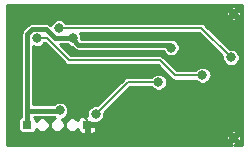
<source format=gbl>
G04 #@! TF.GenerationSoftware,KiCad,Pcbnew,5.0.0-rc3+dfsg1-1*
G04 #@! TF.CreationDate,2018-07-17T14:07:16+09:00*
G04 #@! TF.ProjectId,fst-01,6673742D30312E6B696361645F706362,rev?*
G04 #@! TF.SameCoordinates,PX791ddc0PY5e69114*
G04 #@! TF.FileFunction,Copper,L2,Bot,Signal*
G04 #@! TF.FilePolarity,Positive*
%FSLAX46Y46*%
G04 Gerber Fmt 4.6, Leading zero omitted, Abs format (unit mm)*
G04 Created by KiCad (PCBNEW 5.0.0-rc3+dfsg1-1) date Tue Jul 17 14:07:16 2018*
%MOMM*%
%LPD*%
G01*
G04 APERTURE LIST*
G04 #@! TA.AperFunction,ComponentPad*
%ADD10R,0.800100X0.800100*%
G04 #@! TD*
G04 #@! TA.AperFunction,ComponentPad*
%ADD11R,0.800100X0.800000*%
G04 #@! TD*
G04 #@! TA.AperFunction,ComponentPad*
%ADD12C,0.500000*%
G04 #@! TD*
G04 #@! TA.AperFunction,ViaPad*
%ADD13C,0.800100*%
G04 #@! TD*
G04 #@! TA.AperFunction,Conductor*
%ADD14C,0.200660*%
G04 #@! TD*
G04 #@! TA.AperFunction,Conductor*
%ADD15C,0.381000*%
G04 #@! TD*
G04 #@! TA.AperFunction,Conductor*
%ADD16C,0.248920*%
G04 #@! TD*
G04 APERTURE END LIST*
D10*
G04 #@! TO.P,K1,1*
G04 #@! TO.N,+3V3*
X-16243300Y-4178300D03*
D11*
G04 #@! TO.P,K1,5*
G04 #@! TO.N,GND*
X-11163300Y-4178300D03*
G04 #@! TD*
D12*
G04 #@! TO.P,J1,5*
G04 #@! TO.N,GND*
X1200000Y-5250000D03*
X1200000Y5250000D03*
G04 #@! TD*
D13*
G04 #@! TO.N,/D+_PLUG*
X-1397000Y25400D03*
X-15412720Y3149600D03*
G04 #@! TO.N,/D-_PLUG*
X1016000Y1524000D03*
X-13550222Y4026578D03*
G04 #@! TO.N,/NRST*
X-5130109Y-558109D03*
X-10441940Y-3261360D03*
G04 #@! TO.N,GND*
X-9461500Y419100D03*
X-14160500Y-1206500D03*
G04 #@! TO.N,+3V3*
X-4064000Y2362260D03*
X-12395200Y3175000D03*
X-13474700Y-2959100D03*
G04 #@! TD*
D14*
G04 #@! TO.N,/D+_PLUG*
X-5026660Y1290320D02*
X-12710160Y1290320D01*
X-14569440Y3149600D02*
X-15412720Y3149600D01*
X-12710160Y1290320D02*
X-14569440Y3149600D01*
X-1066802Y0D02*
X-3736340Y0D01*
X-3736340Y0D02*
X-5026660Y1290320D01*
G04 #@! TO.N,/D-_PLUG*
X-13550900Y4000500D02*
X-13550900Y3835400D01*
X-13462000Y4089400D02*
X-13550900Y4000500D01*
X-13411200Y4038600D02*
X-13462000Y4089400D01*
X1016000Y1524000D02*
X-1498600Y4038600D01*
X-1498600Y4038600D02*
X-13411200Y4038600D01*
G04 #@! TO.N,/NRST*
X-5695865Y-558109D02*
X-5130109Y-558109D01*
X-7723449Y-558109D02*
X-5695865Y-558109D01*
X-10319506Y-3154166D02*
X-7723449Y-558109D01*
G04 #@! TO.N,GND*
X-13666631Y-1297821D02*
X-11176000Y-3788452D01*
X-14160500Y-1397000D02*
X-13666631Y-1297821D01*
X-11176000Y-3788452D02*
X-11176000Y-4699000D01*
D15*
G04 #@! TO.N,+3V3*
X-13573760Y-2969260D02*
X-13462000Y-2857500D01*
X-16222980Y-2862580D02*
X-16116300Y-2969260D01*
X-16116300Y-2969260D02*
X-13573760Y-2969260D01*
X-12960956Y3175000D02*
X-12395200Y3175000D01*
X-14663024Y3940811D02*
X-13897213Y3175000D01*
X-13897213Y3175000D02*
X-12960956Y3175000D01*
X-15792502Y3940811D02*
X-14663024Y3940811D01*
X-16222980Y3510333D02*
X-15792502Y3940811D01*
X-16222980Y-4130040D02*
X-16222980Y3510333D01*
X-16230600Y-4137660D02*
X-16222980Y-4130040D01*
X-12395200Y3101341D02*
X-11910059Y2616200D01*
X-4317940Y2616200D02*
X-4064000Y2362260D01*
X-11910059Y2616200D02*
X-4317940Y2616200D01*
G04 #@! TD*
D16*
G04 #@! TO.N,GND*
G36*
X1936750Y-5880430D02*
X1237010Y-5880430D01*
X1421774Y-5851168D01*
X1468273Y-5831909D01*
X1487552Y-5714329D01*
X1200000Y-5426777D01*
X912448Y-5714329D01*
X931727Y-5831909D01*
X1133821Y-5880430D01*
X-17913350Y-5880430D01*
X-17913350Y-5224835D01*
X559723Y-5224835D01*
X598832Y-5471774D01*
X618091Y-5518273D01*
X735671Y-5537552D01*
X1023223Y-5250000D01*
X1376777Y-5250000D01*
X1664329Y-5537552D01*
X1781909Y-5518273D01*
X1840277Y-5275165D01*
X1801168Y-5028226D01*
X1781909Y-4981727D01*
X1664329Y-4962448D01*
X1376777Y-5250000D01*
X1023223Y-5250000D01*
X735671Y-4962448D01*
X618091Y-4981727D01*
X559723Y-5224835D01*
X-17913350Y-5224835D01*
X-17913350Y-3778250D01*
X-16974839Y-3778250D01*
X-16974839Y-4578350D01*
X-16949606Y-4705205D01*
X-16877748Y-4812748D01*
X-16770205Y-4884606D01*
X-16643350Y-4909839D01*
X-15843250Y-4909839D01*
X-15716395Y-4884606D01*
X-15608852Y-4812748D01*
X-15536994Y-4705205D01*
X-15511761Y-4578350D01*
X-15511761Y-4511124D01*
X-15503013Y-4532243D01*
X-15327243Y-4708013D01*
X-15097588Y-4803140D01*
X-14849012Y-4803140D01*
X-14619357Y-4708013D01*
X-14443587Y-4532243D01*
X-14348460Y-4302588D01*
X-14348460Y-4054012D01*
X-14443587Y-3824357D01*
X-14619357Y-3648587D01*
X-14849012Y-3553460D01*
X-15097588Y-3553460D01*
X-15327243Y-3648587D01*
X-15503013Y-3824357D01*
X-15511761Y-3845476D01*
X-15511761Y-3778250D01*
X-15536994Y-3651395D01*
X-15608852Y-3543852D01*
X-15697110Y-3484880D01*
X-13974466Y-3484880D01*
X-13885476Y-3573870D01*
X-13881169Y-3575654D01*
X-14057243Y-3648587D01*
X-14233013Y-3824357D01*
X-14328140Y-4054012D01*
X-14328140Y-4302588D01*
X-14233013Y-4532243D01*
X-14057243Y-4708013D01*
X-13827588Y-4803140D01*
X-13579012Y-4803140D01*
X-13349357Y-4708013D01*
X-13173587Y-4532243D01*
X-13078460Y-4302588D01*
X-13078460Y-4054012D01*
X-13058140Y-4054012D01*
X-13058140Y-4302588D01*
X-12963013Y-4532243D01*
X-12787243Y-4708013D01*
X-12557588Y-4803140D01*
X-12309012Y-4803140D01*
X-12079357Y-4708013D01*
X-11941810Y-4570466D01*
X-11941810Y-4653581D01*
X-11884193Y-4792681D01*
X-11777730Y-4899143D01*
X-11638630Y-4956760D01*
X-11387455Y-4956760D01*
X-11292840Y-4862145D01*
X-11292840Y-4307840D01*
X-11033760Y-4307840D01*
X-11033760Y-4862145D01*
X-10939145Y-4956760D01*
X-10687970Y-4956760D01*
X-10548870Y-4899143D01*
X-10442407Y-4792681D01*
X-10439504Y-4785671D01*
X912448Y-4785671D01*
X1200000Y-5073223D01*
X1487552Y-4785671D01*
X1468273Y-4668091D01*
X1225165Y-4609723D01*
X978226Y-4648832D01*
X931727Y-4668091D01*
X912448Y-4785671D01*
X-10439504Y-4785671D01*
X-10384790Y-4653581D01*
X-10384790Y-4402455D01*
X-10479405Y-4307840D01*
X-11033760Y-4307840D01*
X-11292840Y-4307840D01*
X-11312840Y-4307840D01*
X-11312840Y-4048760D01*
X-11292840Y-4048760D01*
X-11292840Y-4028760D01*
X-11033760Y-4028760D01*
X-11033760Y-4048760D01*
X-10479405Y-4048760D01*
X-10417175Y-3986530D01*
X-10297695Y-3986530D01*
X-10031164Y-3876130D01*
X-9827170Y-3672136D01*
X-9716770Y-3405605D01*
X-9716770Y-3153106D01*
X-7547222Y-983559D01*
X-5730205Y-983559D01*
X-5540885Y-1172879D01*
X-5274354Y-1283279D01*
X-4985864Y-1283279D01*
X-4719333Y-1172879D01*
X-4515339Y-968885D01*
X-4404939Y-702354D01*
X-4404939Y-413864D01*
X-4515339Y-147333D01*
X-4719333Y56661D01*
X-4985864Y167061D01*
X-5274354Y167061D01*
X-5540885Y56661D01*
X-5730205Y-132659D01*
X-7681552Y-132659D01*
X-7723450Y-124325D01*
X-7765348Y-132659D01*
X-7765352Y-132659D01*
X-7889451Y-157344D01*
X-8030181Y-251377D01*
X-8053916Y-286899D01*
X-10303206Y-2536190D01*
X-10586185Y-2536190D01*
X-10852716Y-2646590D01*
X-11056710Y-2850584D01*
X-11167110Y-3117115D01*
X-11167110Y-3399840D01*
X-11292842Y-3399840D01*
X-11292842Y-3494453D01*
X-11387455Y-3399840D01*
X-11638630Y-3399840D01*
X-11777730Y-3457457D01*
X-11884193Y-3563919D01*
X-11941810Y-3703019D01*
X-11941810Y-3786134D01*
X-12079357Y-3648587D01*
X-12309012Y-3553460D01*
X-12557588Y-3553460D01*
X-12787243Y-3648587D01*
X-12963013Y-3824357D01*
X-13058140Y-4054012D01*
X-13078460Y-4054012D01*
X-13173587Y-3824357D01*
X-13318589Y-3679355D01*
X-13063924Y-3573870D01*
X-12859930Y-3369876D01*
X-12749530Y-3103345D01*
X-12749530Y-2814855D01*
X-12859930Y-2548324D01*
X-13063924Y-2344330D01*
X-13330455Y-2233930D01*
X-13618945Y-2233930D01*
X-13885476Y-2344330D01*
X-13994786Y-2453640D01*
X-15707360Y-2453640D01*
X-15707360Y2486725D01*
X-15556965Y2424430D01*
X-15268475Y2424430D01*
X-15001944Y2534830D01*
X-14812624Y2724150D01*
X-14745666Y2724150D01*
X-13040627Y1019110D01*
X-13016892Y983588D01*
X-12876162Y889555D01*
X-12752063Y864870D01*
X-12752058Y864870D01*
X-12710160Y856536D01*
X-12668262Y864870D01*
X-5202886Y864870D01*
X-4066807Y-271210D01*
X-4043072Y-306732D01*
X-3902342Y-400765D01*
X-3778243Y-425450D01*
X-3778239Y-425450D01*
X-3736341Y-433784D01*
X-3694443Y-425450D01*
X-1971696Y-425450D01*
X-1807776Y-589370D01*
X-1541245Y-699770D01*
X-1252755Y-699770D01*
X-986224Y-589370D01*
X-782230Y-385376D01*
X-732668Y-265722D01*
X-666037Y-166002D01*
X-633017Y0D01*
X-666037Y166002D01*
X-677308Y182870D01*
X-782230Y436176D01*
X-986224Y640170D01*
X-1252755Y750570D01*
X-1541245Y750570D01*
X-1807776Y640170D01*
X-2011770Y436176D01*
X-2016213Y425450D01*
X-3560113Y425450D01*
X-4696191Y1561527D01*
X-4719928Y1597052D01*
X-4860658Y1691085D01*
X-4984757Y1715770D01*
X-4984762Y1715770D01*
X-5026660Y1724104D01*
X-5068558Y1715770D01*
X-12533933Y1715770D01*
X-13477544Y2659380D01*
X-12905126Y2659380D01*
X-12805976Y2560230D01*
X-12539445Y2449830D01*
X-12472885Y2449830D01*
X-12310566Y2287510D01*
X-12281800Y2244459D01*
X-12238750Y2215694D01*
X-12111244Y2130497D01*
X-11910059Y2090479D01*
X-11859278Y2100580D01*
X-4740527Y2100580D01*
X-4678770Y1951484D01*
X-4474776Y1747490D01*
X-4208245Y1637090D01*
X-3919755Y1637090D01*
X-3653224Y1747490D01*
X-3449230Y1951484D01*
X-3338830Y2218015D01*
X-3338830Y2506505D01*
X-3449230Y2773036D01*
X-3653224Y2977030D01*
X-3919755Y3087430D01*
X-4095095Y3087430D01*
X-4116755Y3101903D01*
X-4267159Y3131820D01*
X-4317940Y3141921D01*
X-4368721Y3131820D01*
X-11670030Y3131820D01*
X-11670030Y3319245D01*
X-11780430Y3585776D01*
X-11807804Y3613150D01*
X-1674826Y3613150D01*
X290830Y1647493D01*
X290830Y1379755D01*
X401230Y1113224D01*
X605224Y909230D01*
X871755Y798830D01*
X1160245Y798830D01*
X1426776Y909230D01*
X1630770Y1113224D01*
X1741170Y1379755D01*
X1741170Y1668245D01*
X1630770Y1934776D01*
X1426776Y2138770D01*
X1160245Y2249170D01*
X892507Y2249170D01*
X-1168132Y4309808D01*
X-1191868Y4345332D01*
X-1332598Y4439365D01*
X-1456697Y4464050D01*
X-1456702Y4464050D01*
X-1498600Y4472384D01*
X-1540498Y4464050D01*
X-12962148Y4464050D01*
X-13139446Y4641348D01*
X-13405977Y4751748D01*
X-13694467Y4751748D01*
X-13960998Y4641348D01*
X-14164992Y4437354D01*
X-14242720Y4249702D01*
X-14262514Y4269496D01*
X-14291283Y4312552D01*
X-14461839Y4426514D01*
X-14612243Y4456431D01*
X-14663024Y4466532D01*
X-14713805Y4456431D01*
X-15741721Y4456431D01*
X-15792502Y4466532D01*
X-15843283Y4456431D01*
X-15993687Y4426514D01*
X-16164243Y4312552D01*
X-16193009Y4269501D01*
X-16551667Y3910841D01*
X-16594720Y3882074D01*
X-16671348Y3767392D01*
X-16708683Y3711517D01*
X-16748701Y3510333D01*
X-16738599Y3459547D01*
X-16738600Y-2811798D01*
X-16748701Y-2862580D01*
X-16738600Y-2913362D01*
X-16738600Y-3465707D01*
X-16770205Y-3471994D01*
X-16877748Y-3543852D01*
X-16949606Y-3651395D01*
X-16974839Y-3778250D01*
X-17913350Y-3778250D01*
X-17913350Y4785671D01*
X912448Y4785671D01*
X931727Y4668091D01*
X1174835Y4609723D01*
X1421774Y4648832D01*
X1468273Y4668091D01*
X1487552Y4785671D01*
X1200000Y5073223D01*
X912448Y4785671D01*
X-17913350Y4785671D01*
X-17913350Y5275165D01*
X559723Y5275165D01*
X598832Y5028226D01*
X618091Y4981727D01*
X735671Y4962448D01*
X1023223Y5250000D01*
X1376777Y5250000D01*
X1664329Y4962448D01*
X1781909Y4981727D01*
X1840277Y5224835D01*
X1801168Y5471774D01*
X1781909Y5518273D01*
X1664329Y5537552D01*
X1376777Y5250000D01*
X1023223Y5250000D01*
X735671Y5537552D01*
X618091Y5518273D01*
X559723Y5275165D01*
X-17913350Y5275165D01*
X-17913350Y5714329D01*
X912448Y5714329D01*
X1200000Y5426777D01*
X1487552Y5714329D01*
X1468273Y5831909D01*
X1225165Y5890277D01*
X978226Y5851168D01*
X931727Y5831909D01*
X912448Y5714329D01*
X-17913350Y5714329D01*
X-17913350Y5970270D01*
X1936751Y5970270D01*
X1936750Y-5880430D01*
X1936750Y-5880430D01*
G37*
X1936750Y-5880430D02*
X1237010Y-5880430D01*
X1421774Y-5851168D01*
X1468273Y-5831909D01*
X1487552Y-5714329D01*
X1200000Y-5426777D01*
X912448Y-5714329D01*
X931727Y-5831909D01*
X1133821Y-5880430D01*
X-17913350Y-5880430D01*
X-17913350Y-5224835D01*
X559723Y-5224835D01*
X598832Y-5471774D01*
X618091Y-5518273D01*
X735671Y-5537552D01*
X1023223Y-5250000D01*
X1376777Y-5250000D01*
X1664329Y-5537552D01*
X1781909Y-5518273D01*
X1840277Y-5275165D01*
X1801168Y-5028226D01*
X1781909Y-4981727D01*
X1664329Y-4962448D01*
X1376777Y-5250000D01*
X1023223Y-5250000D01*
X735671Y-4962448D01*
X618091Y-4981727D01*
X559723Y-5224835D01*
X-17913350Y-5224835D01*
X-17913350Y-3778250D01*
X-16974839Y-3778250D01*
X-16974839Y-4578350D01*
X-16949606Y-4705205D01*
X-16877748Y-4812748D01*
X-16770205Y-4884606D01*
X-16643350Y-4909839D01*
X-15843250Y-4909839D01*
X-15716395Y-4884606D01*
X-15608852Y-4812748D01*
X-15536994Y-4705205D01*
X-15511761Y-4578350D01*
X-15511761Y-4511124D01*
X-15503013Y-4532243D01*
X-15327243Y-4708013D01*
X-15097588Y-4803140D01*
X-14849012Y-4803140D01*
X-14619357Y-4708013D01*
X-14443587Y-4532243D01*
X-14348460Y-4302588D01*
X-14348460Y-4054012D01*
X-14443587Y-3824357D01*
X-14619357Y-3648587D01*
X-14849012Y-3553460D01*
X-15097588Y-3553460D01*
X-15327243Y-3648587D01*
X-15503013Y-3824357D01*
X-15511761Y-3845476D01*
X-15511761Y-3778250D01*
X-15536994Y-3651395D01*
X-15608852Y-3543852D01*
X-15697110Y-3484880D01*
X-13974466Y-3484880D01*
X-13885476Y-3573870D01*
X-13881169Y-3575654D01*
X-14057243Y-3648587D01*
X-14233013Y-3824357D01*
X-14328140Y-4054012D01*
X-14328140Y-4302588D01*
X-14233013Y-4532243D01*
X-14057243Y-4708013D01*
X-13827588Y-4803140D01*
X-13579012Y-4803140D01*
X-13349357Y-4708013D01*
X-13173587Y-4532243D01*
X-13078460Y-4302588D01*
X-13078460Y-4054012D01*
X-13058140Y-4054012D01*
X-13058140Y-4302588D01*
X-12963013Y-4532243D01*
X-12787243Y-4708013D01*
X-12557588Y-4803140D01*
X-12309012Y-4803140D01*
X-12079357Y-4708013D01*
X-11941810Y-4570466D01*
X-11941810Y-4653581D01*
X-11884193Y-4792681D01*
X-11777730Y-4899143D01*
X-11638630Y-4956760D01*
X-11387455Y-4956760D01*
X-11292840Y-4862145D01*
X-11292840Y-4307840D01*
X-11033760Y-4307840D01*
X-11033760Y-4862145D01*
X-10939145Y-4956760D01*
X-10687970Y-4956760D01*
X-10548870Y-4899143D01*
X-10442407Y-4792681D01*
X-10439504Y-4785671D01*
X912448Y-4785671D01*
X1200000Y-5073223D01*
X1487552Y-4785671D01*
X1468273Y-4668091D01*
X1225165Y-4609723D01*
X978226Y-4648832D01*
X931727Y-4668091D01*
X912448Y-4785671D01*
X-10439504Y-4785671D01*
X-10384790Y-4653581D01*
X-10384790Y-4402455D01*
X-10479405Y-4307840D01*
X-11033760Y-4307840D01*
X-11292840Y-4307840D01*
X-11312840Y-4307840D01*
X-11312840Y-4048760D01*
X-11292840Y-4048760D01*
X-11292840Y-4028760D01*
X-11033760Y-4028760D01*
X-11033760Y-4048760D01*
X-10479405Y-4048760D01*
X-10417175Y-3986530D01*
X-10297695Y-3986530D01*
X-10031164Y-3876130D01*
X-9827170Y-3672136D01*
X-9716770Y-3405605D01*
X-9716770Y-3153106D01*
X-7547222Y-983559D01*
X-5730205Y-983559D01*
X-5540885Y-1172879D01*
X-5274354Y-1283279D01*
X-4985864Y-1283279D01*
X-4719333Y-1172879D01*
X-4515339Y-968885D01*
X-4404939Y-702354D01*
X-4404939Y-413864D01*
X-4515339Y-147333D01*
X-4719333Y56661D01*
X-4985864Y167061D01*
X-5274354Y167061D01*
X-5540885Y56661D01*
X-5730205Y-132659D01*
X-7681552Y-132659D01*
X-7723450Y-124325D01*
X-7765348Y-132659D01*
X-7765352Y-132659D01*
X-7889451Y-157344D01*
X-8030181Y-251377D01*
X-8053916Y-286899D01*
X-10303206Y-2536190D01*
X-10586185Y-2536190D01*
X-10852716Y-2646590D01*
X-11056710Y-2850584D01*
X-11167110Y-3117115D01*
X-11167110Y-3399840D01*
X-11292842Y-3399840D01*
X-11292842Y-3494453D01*
X-11387455Y-3399840D01*
X-11638630Y-3399840D01*
X-11777730Y-3457457D01*
X-11884193Y-3563919D01*
X-11941810Y-3703019D01*
X-11941810Y-3786134D01*
X-12079357Y-3648587D01*
X-12309012Y-3553460D01*
X-12557588Y-3553460D01*
X-12787243Y-3648587D01*
X-12963013Y-3824357D01*
X-13058140Y-4054012D01*
X-13078460Y-4054012D01*
X-13173587Y-3824357D01*
X-13318589Y-3679355D01*
X-13063924Y-3573870D01*
X-12859930Y-3369876D01*
X-12749530Y-3103345D01*
X-12749530Y-2814855D01*
X-12859930Y-2548324D01*
X-13063924Y-2344330D01*
X-13330455Y-2233930D01*
X-13618945Y-2233930D01*
X-13885476Y-2344330D01*
X-13994786Y-2453640D01*
X-15707360Y-2453640D01*
X-15707360Y2486725D01*
X-15556965Y2424430D01*
X-15268475Y2424430D01*
X-15001944Y2534830D01*
X-14812624Y2724150D01*
X-14745666Y2724150D01*
X-13040627Y1019110D01*
X-13016892Y983588D01*
X-12876162Y889555D01*
X-12752063Y864870D01*
X-12752058Y864870D01*
X-12710160Y856536D01*
X-12668262Y864870D01*
X-5202886Y864870D01*
X-4066807Y-271210D01*
X-4043072Y-306732D01*
X-3902342Y-400765D01*
X-3778243Y-425450D01*
X-3778239Y-425450D01*
X-3736341Y-433784D01*
X-3694443Y-425450D01*
X-1971696Y-425450D01*
X-1807776Y-589370D01*
X-1541245Y-699770D01*
X-1252755Y-699770D01*
X-986224Y-589370D01*
X-782230Y-385376D01*
X-732668Y-265722D01*
X-666037Y-166002D01*
X-633017Y0D01*
X-666037Y166002D01*
X-677308Y182870D01*
X-782230Y436176D01*
X-986224Y640170D01*
X-1252755Y750570D01*
X-1541245Y750570D01*
X-1807776Y640170D01*
X-2011770Y436176D01*
X-2016213Y425450D01*
X-3560113Y425450D01*
X-4696191Y1561527D01*
X-4719928Y1597052D01*
X-4860658Y1691085D01*
X-4984757Y1715770D01*
X-4984762Y1715770D01*
X-5026660Y1724104D01*
X-5068558Y1715770D01*
X-12533933Y1715770D01*
X-13477544Y2659380D01*
X-12905126Y2659380D01*
X-12805976Y2560230D01*
X-12539445Y2449830D01*
X-12472885Y2449830D01*
X-12310566Y2287510D01*
X-12281800Y2244459D01*
X-12238750Y2215694D01*
X-12111244Y2130497D01*
X-11910059Y2090479D01*
X-11859278Y2100580D01*
X-4740527Y2100580D01*
X-4678770Y1951484D01*
X-4474776Y1747490D01*
X-4208245Y1637090D01*
X-3919755Y1637090D01*
X-3653224Y1747490D01*
X-3449230Y1951484D01*
X-3338830Y2218015D01*
X-3338830Y2506505D01*
X-3449230Y2773036D01*
X-3653224Y2977030D01*
X-3919755Y3087430D01*
X-4095095Y3087430D01*
X-4116755Y3101903D01*
X-4267159Y3131820D01*
X-4317940Y3141921D01*
X-4368721Y3131820D01*
X-11670030Y3131820D01*
X-11670030Y3319245D01*
X-11780430Y3585776D01*
X-11807804Y3613150D01*
X-1674826Y3613150D01*
X290830Y1647493D01*
X290830Y1379755D01*
X401230Y1113224D01*
X605224Y909230D01*
X871755Y798830D01*
X1160245Y798830D01*
X1426776Y909230D01*
X1630770Y1113224D01*
X1741170Y1379755D01*
X1741170Y1668245D01*
X1630770Y1934776D01*
X1426776Y2138770D01*
X1160245Y2249170D01*
X892507Y2249170D01*
X-1168132Y4309808D01*
X-1191868Y4345332D01*
X-1332598Y4439365D01*
X-1456697Y4464050D01*
X-1456702Y4464050D01*
X-1498600Y4472384D01*
X-1540498Y4464050D01*
X-12962148Y4464050D01*
X-13139446Y4641348D01*
X-13405977Y4751748D01*
X-13694467Y4751748D01*
X-13960998Y4641348D01*
X-14164992Y4437354D01*
X-14242720Y4249702D01*
X-14262514Y4269496D01*
X-14291283Y4312552D01*
X-14461839Y4426514D01*
X-14612243Y4456431D01*
X-14663024Y4466532D01*
X-14713805Y4456431D01*
X-15741721Y4456431D01*
X-15792502Y4466532D01*
X-15843283Y4456431D01*
X-15993687Y4426514D01*
X-16164243Y4312552D01*
X-16193009Y4269501D01*
X-16551667Y3910841D01*
X-16594720Y3882074D01*
X-16671348Y3767392D01*
X-16708683Y3711517D01*
X-16748701Y3510333D01*
X-16738599Y3459547D01*
X-16738600Y-2811798D01*
X-16748701Y-2862580D01*
X-16738600Y-2913362D01*
X-16738600Y-3465707D01*
X-16770205Y-3471994D01*
X-16877748Y-3543852D01*
X-16949606Y-3651395D01*
X-16974839Y-3778250D01*
X-17913350Y-3778250D01*
X-17913350Y4785671D01*
X912448Y4785671D01*
X931727Y4668091D01*
X1174835Y4609723D01*
X1421774Y4648832D01*
X1468273Y4668091D01*
X1487552Y4785671D01*
X1200000Y5073223D01*
X912448Y4785671D01*
X-17913350Y4785671D01*
X-17913350Y5275165D01*
X559723Y5275165D01*
X598832Y5028226D01*
X618091Y4981727D01*
X735671Y4962448D01*
X1023223Y5250000D01*
X1376777Y5250000D01*
X1664329Y4962448D01*
X1781909Y4981727D01*
X1840277Y5224835D01*
X1801168Y5471774D01*
X1781909Y5518273D01*
X1664329Y5537552D01*
X1376777Y5250000D01*
X1023223Y5250000D01*
X735671Y5537552D01*
X618091Y5518273D01*
X559723Y5275165D01*
X-17913350Y5275165D01*
X-17913350Y5714329D01*
X912448Y5714329D01*
X1200000Y5426777D01*
X1487552Y5714329D01*
X1468273Y5831909D01*
X1225165Y5890277D01*
X978226Y5851168D01*
X931727Y5831909D01*
X912448Y5714329D01*
X-17913350Y5714329D01*
X-17913350Y5970270D01*
X1936751Y5970270D01*
X1936750Y-5880430D01*
G04 #@! TD*
M02*

</source>
